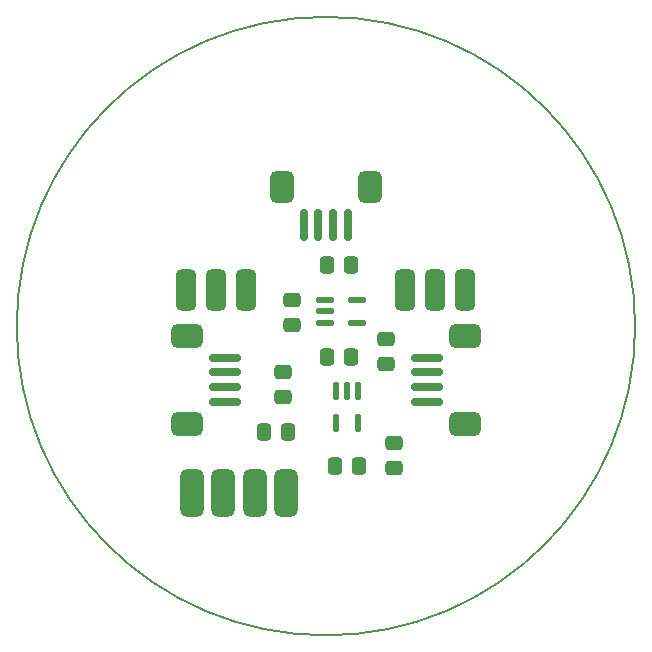
<source format=gbr>
%TF.GenerationSoftware,KiCad,Pcbnew,6.0.10-86aedd382b~118~ubuntu20.04.1*%
%TF.CreationDate,2023-01-12T10:33:16+01:00*%
%TF.ProjectId,thrust_controller,74687275-7374-45f6-936f-6e74726f6c6c,rev?*%
%TF.SameCoordinates,Original*%
%TF.FileFunction,Paste,Bot*%
%TF.FilePolarity,Positive*%
%FSLAX46Y46*%
G04 Gerber Fmt 4.6, Leading zero omitted, Abs format (unit mm)*
G04 Created by KiCad (PCBNEW 6.0.10-86aedd382b~118~ubuntu20.04.1) date 2023-01-12 10:33:16*
%MOMM*%
%LPD*%
G01*
G04 APERTURE LIST*
G04 Aperture macros list*
%AMRoundRect*
0 Rectangle with rounded corners*
0 $1 Rounding radius*
0 $2 $3 $4 $5 $6 $7 $8 $9 X,Y pos of 4 corners*
0 Add a 4 corners polygon primitive as box body*
4,1,4,$2,$3,$4,$5,$6,$7,$8,$9,$2,$3,0*
0 Add four circle primitives for the rounded corners*
1,1,$1+$1,$2,$3*
1,1,$1+$1,$4,$5*
1,1,$1+$1,$6,$7*
1,1,$1+$1,$8,$9*
0 Add four rect primitives between the rounded corners*
20,1,$1+$1,$2,$3,$4,$5,0*
20,1,$1+$1,$4,$5,$6,$7,0*
20,1,$1+$1,$6,$7,$8,$9,0*
20,1,$1+$1,$8,$9,$2,$3,0*%
G04 Aperture macros list end*
%TA.AperFunction,Profile*%
%ADD10C,0.200000*%
%TD*%
%ADD11RoundRect,0.250000X0.475000X-0.337500X0.475000X0.337500X-0.475000X0.337500X-0.475000X-0.337500X0*%
%ADD12RoundRect,0.250000X-0.475000X0.337500X-0.475000X-0.337500X0.475000X-0.337500X0.475000X0.337500X0*%
%ADD13RoundRect,0.500000X-0.500000X-1.500000X0.500000X-1.500000X0.500000X1.500000X-0.500000X1.500000X0*%
%ADD14RoundRect,0.425000X0.425000X-1.325000X0.425000X1.325000X-0.425000X1.325000X-0.425000X-1.325000X0*%
%ADD15RoundRect,0.500000X0.500000X1.500000X-0.500000X1.500000X-0.500000X-1.500000X0.500000X-1.500000X0*%
%ADD16RoundRect,0.127000X-0.127000X0.623000X-0.127000X-0.623000X0.127000X-0.623000X0.127000X0.623000X0*%
%ADD17RoundRect,0.250000X-0.337500X-0.475000X0.337500X-0.475000X0.337500X0.475000X-0.337500X0.475000X0*%
%ADD18RoundRect,0.150000X-0.150000X-1.200000X0.150000X-1.200000X0.150000X1.200000X-0.150000X1.200000X0*%
%ADD19RoundRect,0.500000X-0.500000X-0.850000X0.500000X-0.850000X0.500000X0.850000X-0.500000X0.850000X0*%
%ADD20RoundRect,0.127000X-0.623000X-0.127000X0.623000X-0.127000X0.623000X0.127000X-0.623000X0.127000X0*%
%ADD21RoundRect,0.150000X1.200000X-0.150000X1.200000X0.150000X-1.200000X0.150000X-1.200000X-0.150000X0*%
%ADD22RoundRect,0.500000X0.850000X-0.500000X0.850000X0.500000X-0.850000X0.500000X-0.850000X-0.500000X0*%
%ADD23RoundRect,0.150000X-1.200000X0.150000X-1.200000X-0.150000X1.200000X-0.150000X1.200000X0.150000X0*%
%ADD24RoundRect,0.500000X-0.850000X0.500000X-0.850000X-0.500000X0.850000X-0.500000X0.850000X0.500000X0*%
%ADD25RoundRect,0.250000X0.337500X0.475000X-0.337500X0.475000X-0.337500X-0.475000X0.337500X-0.475000X0*%
G04 APERTURE END LIST*
D10*
X169350000Y-83700000D02*
G75*
G03*
X169350000Y-83700000I-26180000J0D01*
G01*
D11*
%TO.C,C13*%
X140260000Y-83587500D03*
X140260000Y-81512500D03*
%TD*%
D12*
%TO.C,C14*%
X148260000Y-84812500D03*
X148260000Y-86887500D03*
%TD*%
D13*
%TO.C,J2*%
X139793334Y-97850000D03*
%TD*%
D14*
%TO.C,J8*%
X154985000Y-80625000D03*
X152445000Y-80625000D03*
X149905000Y-80625000D03*
%TD*%
D15*
%TO.C,J5*%
X131793334Y-97850000D03*
%TD*%
D16*
%TO.C,U1*%
X144009999Y-89187549D03*
X144960000Y-89187549D03*
X145910001Y-89187549D03*
X145910001Y-91912451D03*
X144009999Y-91912451D03*
%TD*%
D17*
%TO.C,C4*%
X143922500Y-95550000D03*
X145997500Y-95550000D03*
%TD*%
D14*
%TO.C,J1*%
X136385000Y-80625000D03*
X133845000Y-80625000D03*
X131305000Y-80625000D03*
%TD*%
D18*
%TO.C,J6*%
X141285000Y-75100000D03*
X142535000Y-75100000D03*
X143785000Y-75100000D03*
X145035000Y-75100000D03*
D19*
X139435000Y-71900000D03*
X146885000Y-71900000D03*
%TD*%
D20*
%TO.C,U4*%
X143097549Y-83400001D03*
X143097549Y-82450000D03*
X143097549Y-81499999D03*
X145822451Y-81499999D03*
X145822451Y-83400001D03*
%TD*%
D15*
%TO.C,J3*%
X137126666Y-97850000D03*
%TD*%
D21*
%TO.C,J7*%
X134610000Y-90125000D03*
X134610000Y-88875000D03*
X134610000Y-87625000D03*
X134610000Y-86375000D03*
D22*
X131410000Y-84525000D03*
X131410000Y-91975000D03*
%TD*%
D23*
%TO.C,J9*%
X151710000Y-86375000D03*
X151710000Y-87625000D03*
X151710000Y-88875000D03*
X151710000Y-90125000D03*
D24*
X154910000Y-84525000D03*
X154910000Y-91975000D03*
%TD*%
D17*
%TO.C,C3*%
X143222500Y-86350000D03*
X145297500Y-86350000D03*
%TD*%
D12*
%TO.C,C7*%
X139560000Y-87612500D03*
X139560000Y-89687500D03*
%TD*%
D25*
%TO.C,C5*%
X139997500Y-92650000D03*
X137922500Y-92650000D03*
%TD*%
D15*
%TO.C,J4*%
X134460000Y-97850000D03*
%TD*%
D25*
%TO.C,C16*%
X145297500Y-78550000D03*
X143222500Y-78550000D03*
%TD*%
D12*
%TO.C,C9*%
X148960000Y-93612500D03*
X148960000Y-95687500D03*
%TD*%
M02*

</source>
